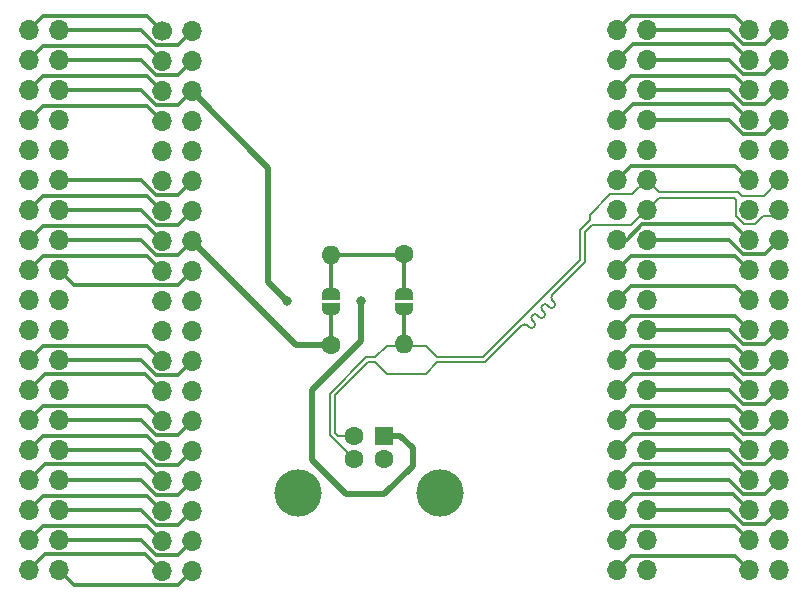
<source format=gbr>
%TF.GenerationSoftware,KiCad,Pcbnew,7.0.9*%
%TF.CreationDate,2024-03-22T11:46:37+01:00*%
%TF.ProjectId,Nucleo_USB_shield,4e75636c-656f-45f5-9553-425f73686965,rev?*%
%TF.SameCoordinates,Original*%
%TF.FileFunction,Copper,L1,Top*%
%TF.FilePolarity,Positive*%
%FSLAX46Y46*%
G04 Gerber Fmt 4.6, Leading zero omitted, Abs format (unit mm)*
G04 Created by KiCad (PCBNEW 7.0.9) date 2024-03-22 11:46:37*
%MOMM*%
%LPD*%
G01*
G04 APERTURE LIST*
G04 Aperture macros list*
%AMFreePoly0*
4,1,19,0.500000,-0.750000,0.000000,-0.750000,0.000000,-0.744911,-0.071157,-0.744911,-0.207708,-0.704816,-0.327430,-0.627875,-0.420627,-0.520320,-0.479746,-0.390866,-0.500000,-0.250000,-0.500000,0.250000,-0.479746,0.390866,-0.420627,0.520320,-0.327430,0.627875,-0.207708,0.704816,-0.071157,0.744911,0.000000,0.744911,0.000000,0.750000,0.500000,0.750000,0.500000,-0.750000,0.500000,-0.750000,
$1*%
%AMFreePoly1*
4,1,19,0.000000,0.744911,0.071157,0.744911,0.207708,0.704816,0.327430,0.627875,0.420627,0.520320,0.479746,0.390866,0.500000,0.250000,0.500000,-0.250000,0.479746,-0.390866,0.420627,-0.520320,0.327430,-0.627875,0.207708,-0.704816,0.071157,-0.744911,0.000000,-0.744911,0.000000,-0.750000,-0.500000,-0.750000,-0.500000,0.750000,0.000000,0.750000,0.000000,0.744911,0.000000,0.744911,
$1*%
G04 Aperture macros list end*
%TA.AperFunction,ComponentPad*%
%ADD10O,1.700000X1.700000*%
%TD*%
%TA.AperFunction,ComponentPad*%
%ADD11C,1.700000*%
%TD*%
%TA.AperFunction,ComponentPad*%
%ADD12C,1.600000*%
%TD*%
%TA.AperFunction,ComponentPad*%
%ADD13O,1.600000X1.600000*%
%TD*%
%TA.AperFunction,SMDPad,CuDef*%
%ADD14FreePoly0,90.000000*%
%TD*%
%TA.AperFunction,SMDPad,CuDef*%
%ADD15FreePoly1,90.000000*%
%TD*%
%TA.AperFunction,SMDPad,CuDef*%
%ADD16FreePoly0,270.000000*%
%TD*%
%TA.AperFunction,SMDPad,CuDef*%
%ADD17FreePoly1,270.000000*%
%TD*%
%TA.AperFunction,ComponentPad*%
%ADD18R,1.600000X1.600000*%
%TD*%
%TA.AperFunction,ComponentPad*%
%ADD19C,4.000000*%
%TD*%
%TA.AperFunction,ViaPad*%
%ADD20C,0.800000*%
%TD*%
%TA.AperFunction,Conductor*%
%ADD21C,0.200000*%
%TD*%
%TA.AperFunction,Conductor*%
%ADD22C,0.500000*%
%TD*%
%TA.AperFunction,Conductor*%
%ADD23C,0.300000*%
%TD*%
G04 APERTURE END LIST*
D10*
%TO.P,J4,1,Pin_1*%
%TO.N,/PC_9*%
X153000000Y-56780000D03*
%TO.P,J4,2,Pin_2*%
%TO.N,/PC_8*%
X155540000Y-56780000D03*
%TO.P,J4,3,Pin_3*%
%TO.N,/PB_8*%
X153000000Y-59320000D03*
%TO.P,J4,4,Pin_4*%
%TO.N,/PC_6*%
X155540000Y-59320000D03*
%TO.P,J4,5,Pin_5*%
%TO.N,/PB_9*%
X153000000Y-61860000D03*
%TO.P,J4,6,Pin_6*%
%TO.N,/PC_5*%
X155540000Y-61860000D03*
%TO.P,J4,7,Pin_7*%
%TO.N,/AVDD*%
X153000000Y-64400000D03*
%TO.P,J4,8,Pin_8*%
%TO.N,/U5V*%
X155540000Y-64400000D03*
%TO.P,J4,9,Pin_9*%
%TO.N,/GND*%
X153000000Y-66940000D03*
%TO.P,J4,10,Pin_10*%
%TO.N,unconnected-(J4-Pin_10-Pad10)*%
X155540000Y-66940000D03*
%TO.P,J4,11,Pin_11*%
%TO.N,/PA_5*%
X153000000Y-69480000D03*
%TO.P,J4,12,Pin_12*%
%TO.N,/D+*%
X155540000Y-69480000D03*
%TO.P,J4,13,Pin_13*%
%TO.N,/PA_6*%
X153000000Y-72020000D03*
%TO.P,J4,14,Pin_14*%
%TO.N,/D-*%
X155540000Y-72020000D03*
%TO.P,J4,15,Pin_15*%
%TO.N,/PA_7*%
X153000000Y-74560000D03*
%TO.P,J4,16,Pin_16*%
%TO.N,/PB_12*%
X155540000Y-74560000D03*
%TO.P,J4,17,Pin_17*%
%TO.N,/PB_6*%
X153000000Y-77100000D03*
%TO.P,J4,18,Pin_18*%
%TO.N,unconnected-(J4-Pin_18-Pad18)*%
X155540000Y-77100000D03*
%TO.P,J4,19,Pin_19*%
%TO.N,/PC_7*%
X153000000Y-79640000D03*
%TO.P,J4,20,Pin_20*%
%TO.N,/GND*%
X155540000Y-79640000D03*
%TO.P,J4,21,Pin_21*%
%TO.N,/PA_9*%
X153000000Y-82180000D03*
%TO.P,J4,22,Pin_22*%
%TO.N,/PB_2*%
X155540000Y-82180000D03*
%TO.P,J4,23,Pin_23*%
%TO.N,/PA_8*%
X153000000Y-84720000D03*
%TO.P,J4,24,Pin_24*%
%TO.N,/PB_1*%
X155540000Y-84720000D03*
%TO.P,J4,25,Pin_25*%
%TO.N,/PB_10*%
X153000000Y-87260000D03*
%TO.P,J4,26,Pin_26*%
%TO.N,/PB_15*%
X155540000Y-87260000D03*
%TO.P,J4,27,Pin_27*%
%TO.N,/PB_4*%
X153000000Y-89800000D03*
%TO.P,J4,28,Pin_28*%
%TO.N,/PB_14*%
X155540000Y-89800000D03*
%TO.P,J4,29,Pin_29*%
%TO.N,/PB_5*%
X153000000Y-92340000D03*
%TO.P,J4,30,Pin_30*%
%TO.N,/PB_13*%
X155540000Y-92340000D03*
%TO.P,J4,31,Pin_31*%
%TO.N,/PB_3*%
X153000000Y-94880000D03*
%TO.P,J4,32,Pin_32*%
%TO.N,/AGND*%
X155540000Y-94880000D03*
%TO.P,J4,33,Pin_33*%
%TO.N,/PA_10*%
X153000000Y-97420000D03*
%TO.P,J4,34,Pin_34*%
%TO.N,/PC_4*%
X155540000Y-97420000D03*
%TO.P,J4,35,Pin_35*%
%TO.N,/PA_2*%
X153000000Y-99960000D03*
%TO.P,J4,36,Pin_36*%
%TO.N,unconnected-(J4-Pin_36-Pad36)*%
X155540000Y-99960000D03*
%TO.P,J4,37,Pin_37*%
%TO.N,/PA_3*%
X153000000Y-102500000D03*
%TO.P,J4,38,Pin_38*%
%TO.N,unconnected-(J4-Pin_38-Pad38)*%
X155540000Y-102500000D03*
%TD*%
%TO.P,J2,38,Pin_38*%
%TO.N,/PC_0*%
X117000000Y-102560000D03*
%TO.P,J2,37,Pin_37*%
%TO.N,/PC_3*%
X114460000Y-102560000D03*
%TO.P,J2,36,Pin_36*%
%TO.N,/PC_1*%
X117000000Y-100020000D03*
%TO.P,J2,35,Pin_35*%
%TO.N,/PC_2*%
X114460000Y-100020000D03*
%TO.P,J2,34,Pin_34*%
%TO.N,/PB_0*%
X117000000Y-97480000D03*
%TO.P,J2,33,Pin_33*%
%TO.N,/VBAT*%
X114460000Y-97480000D03*
%TO.P,J2,32,Pin_32*%
%TO.N,/PA_4*%
X117000000Y-94940000D03*
%TO.P,J2,31,Pin_31*%
%TO.N,/PH_1*%
X114460000Y-94940000D03*
%TO.P,J2,30,Pin_30*%
%TO.N,/PA_1*%
X117000000Y-92400000D03*
%TO.P,J2,29,Pin_29*%
%TO.N,/PH_0*%
X114460000Y-92400000D03*
%TO.P,J2,28,Pin_28*%
%TO.N,/PA_0*%
X117000000Y-89860000D03*
%TO.P,J2,27,Pin_27*%
%TO.N,/PC_15*%
X114460000Y-89860000D03*
%TO.P,J2,26,Pin_26*%
%TO.N,unconnected-(J2-Pin_26-Pad26)*%
X117000000Y-87320000D03*
%TO.P,J2,25,Pin_25*%
%TO.N,/PC_14*%
X114460000Y-87320000D03*
%TO.P,J2,24,Pin_24*%
%TO.N,/VIN*%
X117000000Y-84780000D03*
%TO.P,J2,23,Pin_23*%
%TO.N,/PC_13*%
X114460000Y-84780000D03*
%TO.P,J2,22,Pin_22*%
%TO.N,/GND*%
X117000000Y-82240000D03*
%TO.P,J2,21,Pin_21*%
%TO.N,/PB_7*%
X114460000Y-82240000D03*
%TO.P,J2,20,Pin_20*%
%TO.N,/GND*%
X117000000Y-79700000D03*
%TO.P,J2,19,Pin_19*%
X114460000Y-79700000D03*
%TO.P,J2,18,Pin_18*%
%TO.N,/+5V*%
X117000000Y-77160000D03*
%TO.P,J2,17,Pin_17*%
%TO.N,/PA_15*%
X114460000Y-77160000D03*
%TO.P,J2,16,Pin_16*%
%TO.N,/+3V3_2*%
X117000000Y-74620000D03*
%TO.P,J2,15,Pin_15*%
%TO.N,/PA_14*%
X114460000Y-74620000D03*
%TO.P,J2,14,Pin_14*%
%TO.N,/NRST*%
X117000000Y-72080000D03*
%TO.P,J2,13,Pin_13*%
%TO.N,/PA_13*%
X114460000Y-72080000D03*
%TO.P,J2,12,Pin_12*%
%TO.N,/IOREF*%
X117000000Y-69540000D03*
%TO.P,J2,11,Pin_11*%
%TO.N,unconnected-(J2-Pin_11-Pad11)*%
X114460000Y-69540000D03*
%TO.P,J2,10,Pin_10*%
%TO.N,unconnected-(J2-Pin_10-Pad10)*%
X117000000Y-67000000D03*
%TO.P,J2,9,Pin_9*%
%TO.N,unconnected-(J2-Pin_9-Pad9)*%
X114460000Y-67000000D03*
%TO.P,J2,8,Pin_8*%
%TO.N,/GND*%
X117000000Y-64460000D03*
%TO.P,J2,7,Pin_7*%
%TO.N,/BOOT0*%
X114460000Y-64460000D03*
%TO.P,J2,6,Pin_6*%
%TO.N,/E5V*%
X117000000Y-61920000D03*
%TO.P,J2,5,Pin_5*%
%TO.N,/+3V3_1*%
X114460000Y-61920000D03*
%TO.P,J2,4,Pin_4*%
%TO.N,/PD_2*%
X117000000Y-59380000D03*
%TO.P,J2,3,Pin_3*%
%TO.N,/PC_12*%
X114460000Y-59380000D03*
%TO.P,J2,2,Pin_2*%
%TO.N,/PC_11*%
X117000000Y-56840000D03*
D11*
%TO.P,J2,1,Pin_1*%
%TO.N,/PC_10*%
X114460000Y-56840000D03*
%TD*%
D12*
%TO.P,R2,1*%
%TO.N,/+3V3_2*%
X128800000Y-83410000D03*
D13*
%TO.P,R2,2*%
%TO.N,Net-(JP1-B)*%
X128800000Y-75790000D03*
%TD*%
D12*
%TO.P,R1,1*%
%TO.N,Net-(JP1-B)*%
X135000000Y-75780000D03*
D13*
%TO.P,R1,2*%
%TO.N,/D+*%
X135000000Y-83400000D03*
%TD*%
D14*
%TO.P,JP1,1,A*%
%TO.N,/D+*%
X135000000Y-80400000D03*
D15*
%TO.P,JP1,2,B*%
%TO.N,Net-(JP1-B)*%
X135000000Y-79100000D03*
%TD*%
D16*
%TO.P,JP2,1,A*%
%TO.N,Net-(JP1-B)*%
X128800000Y-79100000D03*
D17*
%TO.P,JP2,2,B*%
%TO.N,/+3V3_2*%
X128800000Y-80400000D03*
%TD*%
D18*
%TO.P,J5,1,VBUS*%
%TO.N,/E5V*%
X133250000Y-91140000D03*
D12*
%TO.P,J5,2,D-*%
%TO.N,/D-*%
X130750000Y-91140000D03*
%TO.P,J5,3,D+*%
%TO.N,/D+*%
X130750000Y-93140000D03*
%TO.P,J5,4,GND*%
%TO.N,/GND*%
X133250000Y-93140000D03*
D19*
%TO.P,J5,5,Shield*%
X138000000Y-96000000D03*
X126000000Y-96000000D03*
%TD*%
D10*
%TO.P,J1,1,Pin_1*%
%TO.N,/PC_10*%
X103250000Y-56780000D03*
%TO.P,J1,2,Pin_2*%
%TO.N,/PC_11*%
X105790000Y-56780000D03*
%TO.P,J1,3,Pin_3*%
%TO.N,/PC_12*%
X103250000Y-59320000D03*
%TO.P,J1,4,Pin_4*%
%TO.N,/PD_2*%
X105790000Y-59320000D03*
%TO.P,J1,5,Pin_5*%
%TO.N,/+3V3_1*%
X103250000Y-61860000D03*
%TO.P,J1,6,Pin_6*%
%TO.N,/E5V*%
X105790000Y-61860000D03*
%TO.P,J1,7,Pin_7*%
%TO.N,/BOOT0*%
X103250000Y-64400000D03*
%TO.P,J1,8,Pin_8*%
%TO.N,/GND*%
X105790000Y-64400000D03*
%TO.P,J1,9,Pin_9*%
%TO.N,unconnected-(J1-Pin_9-Pad9)*%
X103250000Y-66940000D03*
%TO.P,J1,10,Pin_10*%
%TO.N,unconnected-(J1-Pin_10-Pad10)*%
X105790000Y-66940000D03*
%TO.P,J1,11,Pin_11*%
%TO.N,unconnected-(J1-Pin_11-Pad11)*%
X103250000Y-69480000D03*
%TO.P,J1,12,Pin_12*%
%TO.N,/IOREF*%
X105790000Y-69480000D03*
%TO.P,J1,13,Pin_13*%
%TO.N,/PA_13*%
X103250000Y-72020000D03*
%TO.P,J1,14,Pin_14*%
%TO.N,/NRST*%
X105790000Y-72020000D03*
%TO.P,J1,15,Pin_15*%
%TO.N,/PA_14*%
X103250000Y-74560000D03*
%TO.P,J1,16,Pin_16*%
%TO.N,/+3V3_2*%
X105790000Y-74560000D03*
%TO.P,J1,17,Pin_17*%
%TO.N,/PA_15*%
X103250000Y-77100000D03*
%TO.P,J1,18,Pin_18*%
%TO.N,/+5V*%
X105790000Y-77100000D03*
%TO.P,J1,19,Pin_19*%
%TO.N,/GND*%
X103250000Y-79640000D03*
%TO.P,J1,20,Pin_20*%
X105790000Y-79640000D03*
%TO.P,J1,21,Pin_21*%
%TO.N,/PB_7*%
X103250000Y-82180000D03*
%TO.P,J1,22,Pin_22*%
%TO.N,/GND*%
X105790000Y-82180000D03*
%TO.P,J1,23,Pin_23*%
%TO.N,/PC_13*%
X103250000Y-84720000D03*
%TO.P,J1,24,Pin_24*%
%TO.N,/VIN*%
X105790000Y-84720000D03*
%TO.P,J1,25,Pin_25*%
%TO.N,/PC_14*%
X103250000Y-87260000D03*
%TO.P,J1,26,Pin_26*%
%TO.N,unconnected-(J1-Pin_26-Pad26)*%
X105790000Y-87260000D03*
%TO.P,J1,27,Pin_27*%
%TO.N,/PC_15*%
X103250000Y-89800000D03*
%TO.P,J1,28,Pin_28*%
%TO.N,/PA_0*%
X105790000Y-89800000D03*
%TO.P,J1,29,Pin_29*%
%TO.N,/PH_0*%
X103250000Y-92340000D03*
%TO.P,J1,30,Pin_30*%
%TO.N,/PA_1*%
X105790000Y-92340000D03*
%TO.P,J1,31,Pin_31*%
%TO.N,/PH_1*%
X103250000Y-94880000D03*
%TO.P,J1,32,Pin_32*%
%TO.N,/PA_4*%
X105790000Y-94880000D03*
%TO.P,J1,33,Pin_33*%
%TO.N,/VBAT*%
X103250000Y-97420000D03*
%TO.P,J1,34,Pin_34*%
%TO.N,/PB_0*%
X105790000Y-97420000D03*
%TO.P,J1,35,Pin_35*%
%TO.N,/PC_2*%
X103250000Y-99960000D03*
%TO.P,J1,36,Pin_36*%
%TO.N,/PC_1*%
X105790000Y-99960000D03*
%TO.P,J1,37,Pin_37*%
%TO.N,/PC_3*%
X103250000Y-102500000D03*
%TO.P,J1,38,Pin_38*%
%TO.N,/PC_0*%
X105790000Y-102500000D03*
%TD*%
%TO.P,J3,1,Pin_1*%
%TO.N,/PC_9*%
X164210000Y-56780000D03*
%TO.P,J3,2,Pin_2*%
%TO.N,/PC_8*%
X166750000Y-56780000D03*
%TO.P,J3,3,Pin_3*%
%TO.N,/PB_8*%
X164210000Y-59320000D03*
%TO.P,J3,4,Pin_4*%
%TO.N,/PC_6*%
X166750000Y-59320000D03*
%TO.P,J3,5,Pin_5*%
%TO.N,/PB_9*%
X164210000Y-61860000D03*
%TO.P,J3,6,Pin_6*%
%TO.N,/PC_5*%
X166750000Y-61860000D03*
%TO.P,J3,7,Pin_7*%
%TO.N,/AVDD*%
X164210000Y-64400000D03*
%TO.P,J3,8,Pin_8*%
%TO.N,/U5V*%
X166750000Y-64400000D03*
%TO.P,J3,9,Pin_9*%
%TO.N,/GND*%
X164210000Y-66940000D03*
%TO.P,J3,10,Pin_10*%
%TO.N,unconnected-(J3-Pin_10-Pad10)*%
X166750000Y-66940000D03*
%TO.P,J3,11,Pin_11*%
%TO.N,/PA_5*%
X164210000Y-69480000D03*
%TO.P,J3,12,Pin_12*%
%TO.N,/D+*%
X166750000Y-69480000D03*
%TO.P,J3,13,Pin_13*%
%TO.N,/PA_6*%
X164210000Y-72020000D03*
%TO.P,J3,14,Pin_14*%
%TO.N,/D-*%
X166750000Y-72020000D03*
%TO.P,J3,15,Pin_15*%
%TO.N,/PA_7*%
X164210000Y-74560000D03*
%TO.P,J3,16,Pin_16*%
%TO.N,/PB_12*%
X166750000Y-74560000D03*
%TO.P,J3,17,Pin_17*%
%TO.N,/PB_6*%
X164210000Y-77100000D03*
%TO.P,J3,18,Pin_18*%
%TO.N,unconnected-(J3-Pin_18-Pad18)*%
X166750000Y-77100000D03*
%TO.P,J3,19,Pin_19*%
%TO.N,/PC_7*%
X164210000Y-79640000D03*
%TO.P,J3,20,Pin_20*%
%TO.N,/GND*%
X166750000Y-79640000D03*
%TO.P,J3,21,Pin_21*%
%TO.N,/PA_9*%
X164210000Y-82180000D03*
%TO.P,J3,22,Pin_22*%
%TO.N,/PB_2*%
X166750000Y-82180000D03*
%TO.P,J3,23,Pin_23*%
%TO.N,/PA_8*%
X164210000Y-84720000D03*
%TO.P,J3,24,Pin_24*%
%TO.N,/PB_1*%
X166750000Y-84720000D03*
%TO.P,J3,25,Pin_25*%
%TO.N,/PB_10*%
X164210000Y-87260000D03*
%TO.P,J3,26,Pin_26*%
%TO.N,/PB_15*%
X166750000Y-87260000D03*
%TO.P,J3,27,Pin_27*%
%TO.N,/PB_4*%
X164210000Y-89800000D03*
%TO.P,J3,28,Pin_28*%
%TO.N,/PB_14*%
X166750000Y-89800000D03*
%TO.P,J3,29,Pin_29*%
%TO.N,/PB_5*%
X164210000Y-92340000D03*
%TO.P,J3,30,Pin_30*%
%TO.N,/PB_13*%
X166750000Y-92340000D03*
%TO.P,J3,31,Pin_31*%
%TO.N,/PB_3*%
X164210000Y-94880000D03*
%TO.P,J3,32,Pin_32*%
%TO.N,/AGND*%
X166750000Y-94880000D03*
%TO.P,J3,33,Pin_33*%
%TO.N,/PA_10*%
X164210000Y-97420000D03*
%TO.P,J3,34,Pin_34*%
%TO.N,/PC_4*%
X166750000Y-97420000D03*
%TO.P,J3,35,Pin_35*%
%TO.N,/PA_2*%
X164210000Y-99960000D03*
%TO.P,J3,36,Pin_36*%
%TO.N,unconnected-(J3-Pin_36-Pad36)*%
X166750000Y-99960000D03*
%TO.P,J3,37,Pin_37*%
%TO.N,/PA_3*%
X164210000Y-102500000D03*
%TO.P,J3,38,Pin_38*%
%TO.N,unconnected-(J3-Pin_38-Pad38)*%
X166750000Y-102500000D03*
%TD*%
D20*
%TO.N,/E5V*%
X131350000Y-79700000D03*
X125100000Y-79700000D03*
%TD*%
D21*
%TO.N,/D-*%
X129386397Y-91140000D02*
X130750000Y-91140000D01*
X129125000Y-90878603D02*
X129386397Y-91140000D01*
X137800000Y-84900000D02*
X136800000Y-85900000D01*
X145561113Y-81928028D02*
X145406875Y-81773790D01*
X145985376Y-81928028D02*
X145985377Y-81928028D01*
X145831137Y-81349525D02*
X145985376Y-81503764D01*
X145831138Y-81349525D02*
X145831137Y-81349525D01*
X132500000Y-84900000D02*
X131918200Y-84900000D01*
X145831139Y-80925259D02*
X145831138Y-80925259D01*
X145831141Y-80925260D02*
X145831139Y-80925259D01*
X146409634Y-81079489D02*
X146255405Y-80925260D01*
X146833897Y-81079489D02*
X146833898Y-81079489D01*
X146679668Y-80500995D02*
X146679667Y-80500995D01*
X146679669Y-80076729D02*
X146679668Y-80076729D01*
X146679671Y-80076730D02*
X146679669Y-80076729D01*
X147258164Y-80230959D02*
X147103935Y-80076730D01*
X136800000Y-85900000D02*
X133500000Y-85900000D01*
X147682427Y-80230959D02*
X147682428Y-80230959D01*
X144982611Y-81773790D02*
X144982609Y-81773789D01*
X147528197Y-79652465D02*
X147682427Y-79806695D01*
X147528198Y-79652465D02*
X147528197Y-79652465D01*
X150325000Y-73875000D02*
X150325000Y-76431397D01*
X141856397Y-84900000D02*
X137800000Y-84900000D01*
X133500000Y-85900000D02*
X132500000Y-84900000D01*
X150900000Y-73300000D02*
X150325000Y-73875000D01*
X154200000Y-73300000D02*
X150900000Y-73300000D01*
X155250000Y-72250000D02*
X154200000Y-73300000D01*
X155250000Y-72020000D02*
X155250000Y-72250000D01*
X145406874Y-81773791D02*
G75*
G03*
X144982612Y-81773791I-212131J-212131D01*
G01*
X145561114Y-81928027D02*
G75*
G03*
X145985376Y-81928027I212131J212131D01*
G01*
X144982609Y-81773789D02*
X141856397Y-84900000D01*
X145985379Y-81928031D02*
G75*
G03*
X145985375Y-81503765I-212179J212131D01*
G01*
X145831146Y-80925267D02*
G75*
G03*
X145831138Y-81349525I212154J-212133D01*
G01*
X146833940Y-81079532D02*
G75*
G03*
X146833897Y-80655225I-212140J212132D01*
G01*
X146255404Y-80925261D02*
G75*
G03*
X145831142Y-80925261I-212131J-212131D01*
G01*
X146679667Y-80500995D02*
X146833897Y-80655225D01*
X129125000Y-87693200D02*
X129125000Y-90878603D01*
X147103934Y-80076731D02*
G75*
G03*
X146679672Y-80076731I-212131J-212131D01*
G01*
X147258165Y-80230958D02*
G75*
G03*
X147682427Y-80230958I212131J212131D01*
G01*
X150325000Y-76431397D02*
X147528198Y-79228199D01*
X146409635Y-81079488D02*
G75*
G03*
X146833897Y-81079488I212131J212131D01*
G01*
X131918200Y-84900000D02*
X129125000Y-87693200D01*
X147528166Y-79228167D02*
G75*
G03*
X147528198Y-79652465I212134J-212133D01*
G01*
X147682400Y-80230932D02*
G75*
G03*
X147682427Y-79806695I-212100J212132D01*
G01*
X146679707Y-80076768D02*
G75*
G03*
X146679669Y-80500994I212093J-212132D01*
G01*
%TO.N,/D+*%
X149875000Y-76245000D02*
X141645000Y-84475000D01*
D22*
%TO.N,/E5V*%
X134640000Y-91140000D02*
X133250000Y-91140000D01*
X135700000Y-93700000D02*
X135700000Y-92200000D01*
X135700000Y-92200000D02*
X134640000Y-91140000D01*
X130100000Y-96100000D02*
X133300000Y-96100000D01*
X127200000Y-93200000D02*
X130100000Y-96100000D01*
X127200000Y-87300000D02*
X127200000Y-93200000D01*
X133300000Y-96100000D02*
X135700000Y-93700000D01*
X131350000Y-83150000D02*
X127200000Y-87300000D01*
X131350000Y-79700000D02*
X131350000Y-83150000D01*
D21*
%TO.N,/D+*%
X154320000Y-70700000D02*
X155540000Y-69480000D01*
X152400000Y-70700000D02*
X154320000Y-70700000D01*
X150700000Y-72400000D02*
X152400000Y-70700000D01*
X150700000Y-72900000D02*
X150700000Y-72400000D01*
X149875000Y-73725000D02*
X150700000Y-72900000D01*
X149875000Y-76245000D02*
X149875000Y-73725000D01*
X137775000Y-84475000D02*
X141645000Y-84475000D01*
X136800000Y-83500000D02*
X137775000Y-84475000D01*
X133500000Y-83500000D02*
X136800000Y-83500000D01*
X131752515Y-84500000D02*
X132500000Y-84500000D01*
X128675000Y-87577515D02*
X131752515Y-84500000D01*
X130750000Y-93140000D02*
X128675000Y-91065000D01*
X128675000Y-91065000D02*
X128675000Y-87577515D01*
X132500000Y-84500000D02*
X133500000Y-83500000D01*
D23*
X135000000Y-80400000D02*
X135000000Y-83400000D01*
%TO.N,Net-(JP1-B)*%
X135000000Y-75780000D02*
X135000000Y-79100000D01*
D21*
%TO.N,/D-*%
X156584999Y-70975001D02*
X155540000Y-72020000D01*
X163060000Y-71135000D02*
X162899999Y-70975001D01*
X163060000Y-72496346D02*
X163060000Y-71135000D01*
X163733654Y-73170000D02*
X163060000Y-72496346D01*
X164686346Y-73170000D02*
X163733654Y-73170000D01*
X165360000Y-72496346D02*
X164686346Y-73170000D01*
X166273654Y-72496346D02*
X165360000Y-72496346D01*
%TO.N,/D+*%
X156584999Y-70524999D02*
X155540000Y-69480000D01*
%TO.N,/D-*%
X162899999Y-70975001D02*
X156584999Y-70975001D01*
%TO.N,/D+*%
X163565341Y-70800000D02*
X163290340Y-70524999D01*
X166750000Y-69480000D02*
X165430000Y-70800000D01*
X165430000Y-70800000D02*
X163565341Y-70800000D01*
X163290340Y-70524999D02*
X156584999Y-70524999D01*
%TO.N,/D-*%
X166750000Y-72020000D02*
X166273654Y-72496346D01*
D23*
%TO.N,/PB_12*%
X162512943Y-74560000D02*
X155540000Y-74560000D01*
X165550000Y-75760000D02*
X163712943Y-75760000D01*
X163712943Y-75760000D02*
X162512943Y-74560000D01*
X166750000Y-74560000D02*
X165550000Y-75760000D01*
D21*
%TO.N,/D-*%
X130750000Y-91812500D02*
X130300000Y-91362500D01*
D22*
%TO.N,/E5V*%
X123500000Y-78100000D02*
X123500000Y-68420000D01*
X123500000Y-68420000D02*
X117000000Y-61920000D01*
%TO.N,/+3V3_2*%
X125790000Y-83410000D02*
X128800000Y-83410000D01*
X117000000Y-74620000D02*
X125790000Y-83410000D01*
D23*
%TO.N,/PC_4*%
X162512943Y-97420000D02*
X163712943Y-98620000D01*
X163712943Y-98620000D02*
X165550000Y-98620000D01*
X155540000Y-97420000D02*
X162512943Y-97420000D01*
X165550000Y-98620000D02*
X166750000Y-97420000D01*
%TO.N,/AGND*%
X165550000Y-96080000D02*
X166750000Y-94880000D01*
X163712943Y-96080000D02*
X165550000Y-96080000D01*
X162512943Y-94880000D02*
X163712943Y-96080000D01*
X155540000Y-94880000D02*
X162512943Y-94880000D01*
%TO.N,/PB_13*%
X165550000Y-93540000D02*
X166750000Y-92340000D01*
X162512943Y-92340000D02*
X163712943Y-93540000D01*
X163712943Y-93540000D02*
X165550000Y-93540000D01*
X155540000Y-92340000D02*
X162512943Y-92340000D01*
%TO.N,/PB_14*%
X163712943Y-91000000D02*
X165550000Y-91000000D01*
X165550000Y-91000000D02*
X166750000Y-89800000D01*
X162512943Y-89800000D02*
X163712943Y-91000000D01*
X155540000Y-89800000D02*
X162512943Y-89800000D01*
%TO.N,/PB_15*%
X163712943Y-88460000D02*
X165550000Y-88460000D01*
X162512943Y-87260000D02*
X163712943Y-88460000D01*
X165550000Y-88460000D02*
X166750000Y-87260000D01*
X155540000Y-87260000D02*
X162512943Y-87260000D01*
%TO.N,/PB_1*%
X165550000Y-85920000D02*
X166750000Y-84720000D01*
X162512943Y-84720000D02*
X163712943Y-85920000D01*
X163712943Y-85920000D02*
X165550000Y-85920000D01*
X155540000Y-84720000D02*
X162512943Y-84720000D01*
%TO.N,/PB_2*%
X165550000Y-83380000D02*
X163712943Y-83380000D01*
X166750000Y-82180000D02*
X165550000Y-83380000D01*
X163712943Y-83380000D02*
X162512943Y-82180000D01*
X162512943Y-82180000D02*
X155540000Y-82180000D01*
%TO.N,/PA_7*%
X155162742Y-73220000D02*
X153822742Y-74560000D01*
X162870000Y-73220000D02*
X155162742Y-73220000D01*
X164210000Y-74560000D02*
X162870000Y-73220000D01*
X153822742Y-74560000D02*
X153000000Y-74560000D01*
%TO.N,/U5V*%
X162512943Y-64400000D02*
X155540000Y-64400000D01*
X165550000Y-65600000D02*
X163712943Y-65600000D01*
X166750000Y-64400000D02*
X165550000Y-65600000D01*
X163712943Y-65600000D02*
X162512943Y-64400000D01*
%TO.N,/PC_5*%
X162512943Y-61860000D02*
X155540000Y-61860000D01*
X163712943Y-63060000D02*
X162512943Y-61860000D01*
X166750000Y-61860000D02*
X165550000Y-63060000D01*
X165550000Y-63060000D02*
X163712943Y-63060000D01*
%TO.N,/PC_6*%
X162512943Y-59320000D02*
X155540000Y-59320000D01*
X163712943Y-60520000D02*
X162512943Y-59320000D01*
X166750000Y-59320000D02*
X165550000Y-60520000D01*
X165550000Y-60520000D02*
X163712943Y-60520000D01*
%TO.N,/PC_8*%
X162512943Y-56780000D02*
X155540000Y-56780000D01*
X163712943Y-57980000D02*
X162512943Y-56780000D01*
X166750000Y-56780000D02*
X165550000Y-57980000D01*
X165550000Y-57980000D02*
X163712943Y-57980000D01*
%TO.N,/PC_9*%
X163010000Y-55580000D02*
X164210000Y-56780000D01*
X154200000Y-55580000D02*
X163010000Y-55580000D01*
X153000000Y-56780000D02*
X154200000Y-55580000D01*
%TO.N,/PB_8*%
X162870000Y-57980000D02*
X164210000Y-59320000D01*
X154340000Y-57980000D02*
X162870000Y-57980000D01*
X153000000Y-59320000D02*
X154340000Y-57980000D01*
X153000000Y-59300000D02*
X152900000Y-59200000D01*
X153000000Y-59320000D02*
X153000000Y-59300000D01*
%TO.N,/PB_9*%
X163010000Y-60660000D02*
X164210000Y-61860000D01*
X154200000Y-60660000D02*
X163010000Y-60660000D01*
X153000000Y-61860000D02*
X154200000Y-60660000D01*
%TO.N,/AVDD*%
X162870000Y-63060000D02*
X164210000Y-64400000D01*
X153000000Y-64400000D02*
X154340000Y-63060000D01*
X154340000Y-63060000D02*
X162870000Y-63060000D01*
%TO.N,/PA_5*%
X163010000Y-68280000D02*
X164210000Y-69480000D01*
X154200000Y-68280000D02*
X163010000Y-68280000D01*
X153000000Y-69480000D02*
X154200000Y-68280000D01*
%TO.N,/PB_6*%
X163010000Y-75900000D02*
X164210000Y-77100000D01*
X154200000Y-75900000D02*
X163010000Y-75900000D01*
X153000000Y-77100000D02*
X154200000Y-75900000D01*
%TO.N,/PC_7*%
X163010000Y-78440000D02*
X164210000Y-79640000D01*
X154200000Y-78440000D02*
X163010000Y-78440000D01*
X153000000Y-79640000D02*
X154200000Y-78440000D01*
%TO.N,/PA_9*%
X163010000Y-80980000D02*
X164210000Y-82180000D01*
X154200000Y-80980000D02*
X163010000Y-80980000D01*
X153000000Y-82180000D02*
X154200000Y-80980000D01*
%TO.N,/PA_8*%
X163010000Y-83520000D02*
X164210000Y-84720000D01*
X154200000Y-83520000D02*
X163010000Y-83520000D01*
X153000000Y-84720000D02*
X154200000Y-83520000D01*
%TO.N,/PB_10*%
X162870000Y-85920000D02*
X164210000Y-87260000D01*
X154340000Y-85920000D02*
X162870000Y-85920000D01*
X153000000Y-87260000D02*
X154340000Y-85920000D01*
%TO.N,/PB_4*%
X153000000Y-89800000D02*
X154200000Y-88600000D01*
X154200000Y-88600000D02*
X163010000Y-88600000D01*
X163010000Y-88600000D02*
X164210000Y-89800000D01*
%TO.N,/PB_5*%
X162870000Y-91000000D02*
X164210000Y-92340000D01*
X154340000Y-91000000D02*
X162870000Y-91000000D01*
X153000000Y-92340000D02*
X154340000Y-91000000D01*
%TO.N,/PB_3*%
X162870000Y-93540000D02*
X164210000Y-94880000D01*
X154340000Y-93540000D02*
X162870000Y-93540000D01*
X153000000Y-94880000D02*
X154340000Y-93540000D01*
%TO.N,/PA_10*%
X162870000Y-96080000D02*
X164210000Y-97420000D01*
X153000000Y-97420000D02*
X154340000Y-96080000D01*
X154340000Y-96080000D02*
X162870000Y-96080000D01*
%TO.N,/PA_2*%
X163010000Y-98760000D02*
X164210000Y-99960000D01*
X154200000Y-98760000D02*
X163010000Y-98760000D01*
X153000000Y-99960000D02*
X154200000Y-98760000D01*
%TO.N,/PA_3*%
X163010000Y-101300000D02*
X164210000Y-102500000D01*
X154200000Y-101300000D02*
X163010000Y-101300000D01*
X153000000Y-102500000D02*
X154200000Y-101300000D01*
%TO.N,/PC_11*%
X115800000Y-58040000D02*
X117000000Y-56840000D01*
X113962943Y-58040000D02*
X115800000Y-58040000D01*
X105790000Y-56780000D02*
X112702943Y-56780000D01*
X112702943Y-56780000D02*
X113962943Y-58040000D01*
%TO.N,/PD_2*%
X113962943Y-60580000D02*
X115800000Y-60580000D01*
X112702943Y-59320000D02*
X113962943Y-60580000D01*
X105790000Y-59320000D02*
X112702943Y-59320000D01*
X115800000Y-60580000D02*
X117000000Y-59380000D01*
%TO.N,/E5V*%
X113962943Y-63120000D02*
X115800000Y-63120000D01*
X112702943Y-61860000D02*
X113962943Y-63120000D01*
X105790000Y-61860000D02*
X112702943Y-61860000D01*
X115800000Y-63120000D02*
X117000000Y-61920000D01*
%TO.N,/IOREF*%
X115800000Y-70740000D02*
X117000000Y-69540000D01*
X113962943Y-70740000D02*
X115800000Y-70740000D01*
X112702943Y-69480000D02*
X113962943Y-70740000D01*
X105790000Y-69480000D02*
X112702943Y-69480000D01*
%TO.N,/NRST*%
X113962943Y-73280000D02*
X115800000Y-73280000D01*
X112702943Y-72020000D02*
X113962943Y-73280000D01*
X115800000Y-73280000D02*
X117000000Y-72080000D01*
X105790000Y-72020000D02*
X112702943Y-72020000D01*
%TO.N,/+3V3_2*%
X115800000Y-75820000D02*
X117000000Y-74620000D01*
X113962943Y-75820000D02*
X115800000Y-75820000D01*
X112702943Y-74560000D02*
X113962943Y-75820000D01*
X105790000Y-74560000D02*
X112702943Y-74560000D01*
%TO.N,/+5V*%
X107050000Y-78360000D02*
X105790000Y-77100000D01*
X115800000Y-78360000D02*
X107050000Y-78360000D01*
X117000000Y-77160000D02*
X115800000Y-78360000D01*
%TO.N,/VIN*%
X113962943Y-85980000D02*
X115800000Y-85980000D01*
X105790000Y-84720000D02*
X112702943Y-84720000D01*
X112702943Y-84720000D02*
X113962943Y-85980000D01*
X115800000Y-85980000D02*
X117000000Y-84780000D01*
%TO.N,/PA_0*%
X113962943Y-91060000D02*
X115800000Y-91060000D01*
X115800000Y-91060000D02*
X117000000Y-89860000D01*
X112702943Y-89800000D02*
X113962943Y-91060000D01*
X105790000Y-89800000D02*
X112702943Y-89800000D01*
%TO.N,/PA_1*%
X112702943Y-92340000D02*
X113962943Y-93600000D01*
X115800000Y-93600000D02*
X117000000Y-92400000D01*
X105790000Y-92340000D02*
X112702943Y-92340000D01*
X113962943Y-93600000D02*
X115800000Y-93600000D01*
%TO.N,/PA_4*%
X113962943Y-96140000D02*
X115800000Y-96140000D01*
X112702943Y-94880000D02*
X113962943Y-96140000D01*
X115800000Y-96140000D02*
X117000000Y-94940000D01*
X105790000Y-94880000D02*
X112702943Y-94880000D01*
%TO.N,/PB_0*%
X113962943Y-98680000D02*
X115800000Y-98680000D01*
X112702943Y-97420000D02*
X113962943Y-98680000D01*
X105790000Y-97420000D02*
X112702943Y-97420000D01*
X115800000Y-98680000D02*
X117000000Y-97480000D01*
%TO.N,/PC_1*%
X115800000Y-101220000D02*
X117000000Y-100020000D01*
X113962943Y-101220000D02*
X115800000Y-101220000D01*
X112702943Y-99960000D02*
X113962943Y-101220000D01*
X105790000Y-99960000D02*
X112702943Y-99960000D01*
%TO.N,/PC_0*%
X115800000Y-103760000D02*
X117000000Y-102560000D01*
X107050000Y-103760000D02*
X115800000Y-103760000D01*
X105790000Y-102500000D02*
X107050000Y-103760000D01*
%TO.N,/PC_3*%
X113060000Y-101160000D02*
X114460000Y-102560000D01*
X104590000Y-101160000D02*
X113060000Y-101160000D01*
X103250000Y-102500000D02*
X104590000Y-101160000D01*
%TO.N,/PC_2*%
X113200000Y-98760000D02*
X114460000Y-100020000D01*
X104450000Y-98760000D02*
X113200000Y-98760000D01*
X103250000Y-99960000D02*
X104450000Y-98760000D01*
%TO.N,/VBAT*%
X113200000Y-96220000D02*
X114460000Y-97480000D01*
X104450000Y-96220000D02*
X113200000Y-96220000D01*
X103250000Y-97420000D02*
X104450000Y-96220000D01*
%TO.N,/PH_1*%
X104590000Y-93540000D02*
X113060000Y-93540000D01*
X103250000Y-94880000D02*
X104590000Y-93540000D01*
X113060000Y-93540000D02*
X114460000Y-94940000D01*
%TO.N,/PH_0*%
X113200000Y-91140000D02*
X114460000Y-92400000D01*
X104450000Y-91140000D02*
X113200000Y-91140000D01*
X103250000Y-92340000D02*
X104450000Y-91140000D01*
%TO.N,/PC_15*%
X113200000Y-88600000D02*
X114460000Y-89860000D01*
X104450000Y-88600000D02*
X113200000Y-88600000D01*
X103250000Y-89800000D02*
X104450000Y-88600000D01*
%TO.N,/PC_14*%
X113060000Y-85920000D02*
X114460000Y-87320000D01*
X104590000Y-85920000D02*
X113060000Y-85920000D01*
X103250000Y-87260000D02*
X104590000Y-85920000D01*
%TO.N,/PC_13*%
X113200000Y-83520000D02*
X114460000Y-84780000D01*
X104450000Y-83520000D02*
X113200000Y-83520000D01*
X103250000Y-84720000D02*
X104450000Y-83520000D01*
%TO.N,/PA_15*%
X113200000Y-75900000D02*
X114460000Y-77160000D01*
X104450000Y-75900000D02*
X113200000Y-75900000D01*
X103250000Y-77100000D02*
X104450000Y-75900000D01*
%TO.N,/PA_14*%
X113200000Y-73360000D02*
X114460000Y-74620000D01*
X104450000Y-73360000D02*
X113200000Y-73360000D01*
X103250000Y-74560000D02*
X104450000Y-73360000D01*
%TO.N,/PA_13*%
X113200000Y-70820000D02*
X114460000Y-72080000D01*
X104450000Y-70820000D02*
X113200000Y-70820000D01*
X103250000Y-72020000D02*
X104450000Y-70820000D01*
%TO.N,/BOOT0*%
X113200000Y-63200000D02*
X114460000Y-64460000D01*
X103250000Y-64400000D02*
X104450000Y-63200000D01*
X104450000Y-63200000D02*
X113200000Y-63200000D01*
%TO.N,/+3V3_1*%
X113200000Y-60660000D02*
X114460000Y-61920000D01*
X103250000Y-61860000D02*
X104450000Y-60660000D01*
X104450000Y-60660000D02*
X113200000Y-60660000D01*
%TO.N,/PC_12*%
X113200000Y-58120000D02*
X114460000Y-59380000D01*
X104450000Y-58120000D02*
X113200000Y-58120000D01*
X103250000Y-59320000D02*
X104450000Y-58120000D01*
%TO.N,/PC_10*%
X113200000Y-55580000D02*
X114460000Y-56840000D01*
X103250000Y-56780000D02*
X104450000Y-55580000D01*
X104450000Y-55580000D02*
X113200000Y-55580000D01*
%TO.N,/+3V3_2*%
X128800000Y-80400000D02*
X128800000Y-83410000D01*
%TO.N,Net-(JP1-B)*%
X128800000Y-75790000D02*
X128800000Y-79100000D01*
D22*
%TO.N,/E5V*%
X123500000Y-78100000D02*
X125100000Y-79700000D01*
D23*
%TO.N,Net-(JP1-B)*%
X128800000Y-75790000D02*
X134990000Y-75790000D01*
X134990000Y-75790000D02*
X135000000Y-75780000D01*
%TD*%
M02*

</source>
